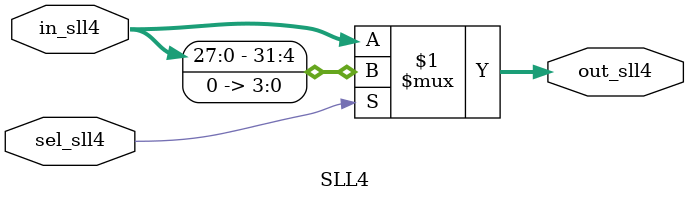
<source format=v>
module SLL4 (in_sll4, sel_sll4, out_sll4);
  input [31:0] in_sll4;
  input sel_sll4;
  output [31:0] out_sll4;
  
  assign out_sll4 = (sel_sll4) ? {in_sll4[27:0],4'b0} : in_sll4;
endmodule

</source>
